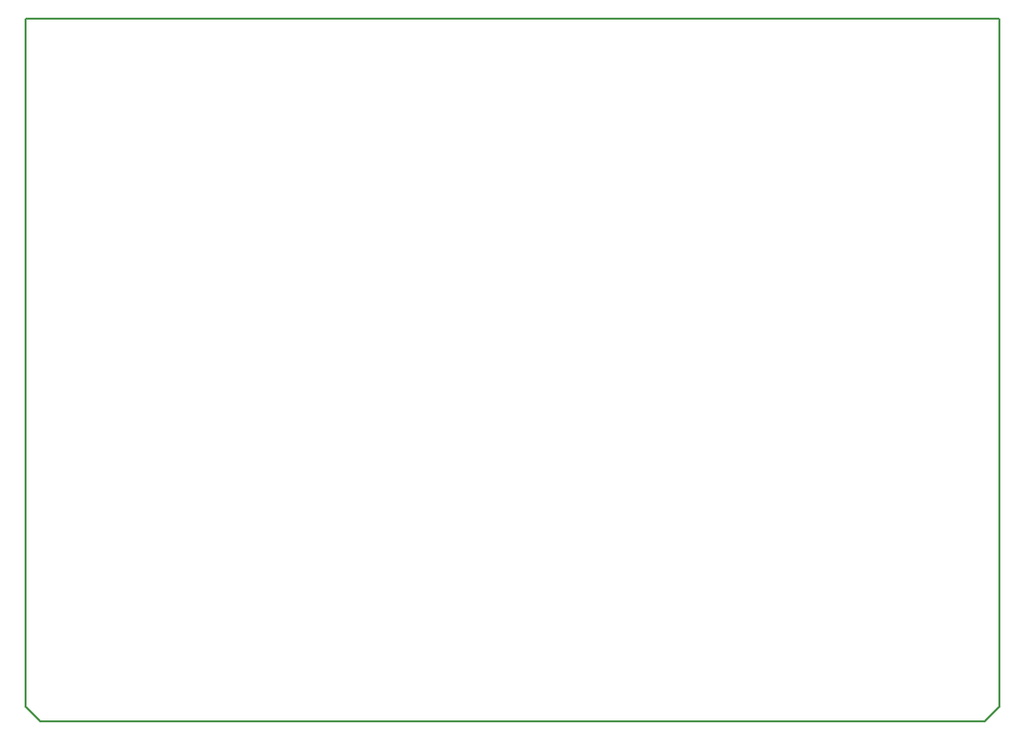
<source format=gbr>
G04 #@! TF.GenerationSoftware,KiCad,Pcbnew,(5.99.0-1468-g7e1294a4b)*
G04 #@! TF.CreationDate,2020-08-22T19:19:54+02:00*
G04 #@! TF.ProjectId,MD_Flash_8M,4d445f46-6c61-4736-985f-384d2e6b6963,rev?*
G04 #@! TF.SameCoordinates,Original*
G04 #@! TF.FileFunction,Profile,NP*
%FSLAX46Y46*%
G04 Gerber Fmt 4.6, Leading zero omitted, Abs format (unit mm)*
G04 Created by KiCad (PCBNEW (5.99.0-1468-g7e1294a4b)) date 2020-08-22 19:19:54*
%MOMM*%
%LPD*%
G01*
G04 APERTURE LIST*
G04 #@! TA.AperFunction,Profile*
%ADD10C,0.127000*%
G04 #@! TD*
G04 APERTURE END LIST*
D10*
X148501100Y-44433600D02*
X148501100Y-103733600D01*
X148501100Y-103733600D02*
X149771100Y-105003600D01*
X149771100Y-105003600D02*
X231051100Y-105003600D01*
X231051100Y-105003600D02*
X232321100Y-103733600D01*
X148501100Y-44433600D02*
X232341100Y-44443600D01*
X232341100Y-44443600D02*
X232321100Y-103733600D01*
M02*

</source>
